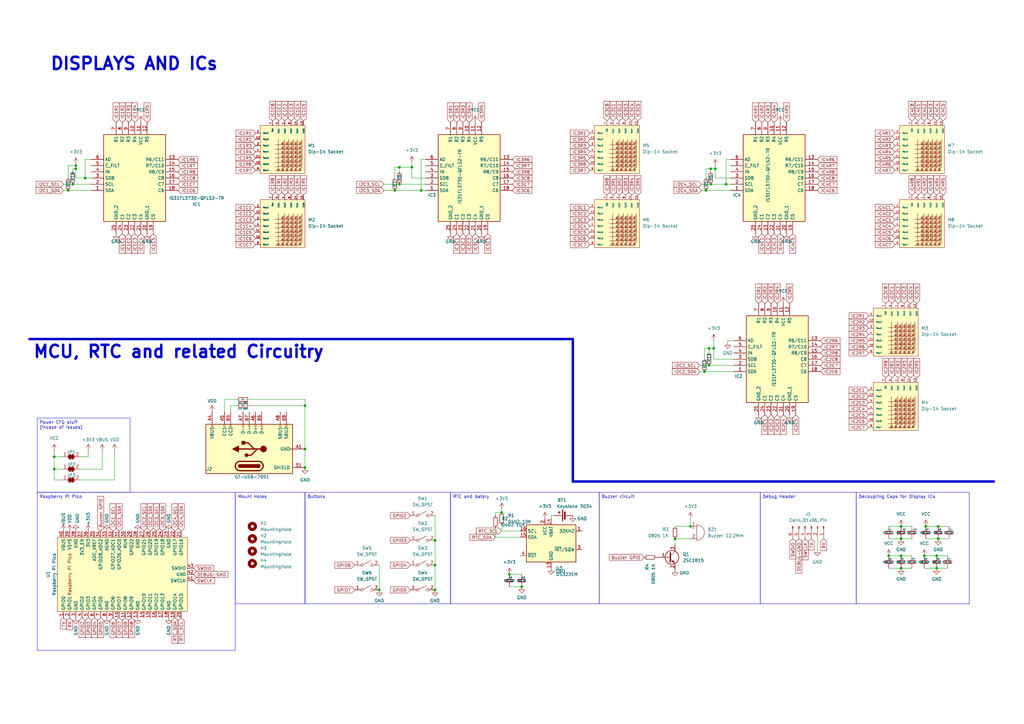
<source format=kicad_sch>
(kicad_sch (version 20230121) (generator eeschema)
  (paper "A3")
  (junction (at 384.81 215.9))
  (junction (at 290.83 149.86))
  (junction (at 22.225 187.325))
  (junction (at 369.57 233.045))
  (junction (at 163.83 68.58))
  (junction (at 379.095 227.965))
  (junction (at 168.91 68.58))
  (junction (at 161.925 78.105))
  (junction (at 364.49 227.965))
  (junction (at 292.735 142.875))
  (junction (at 22.225 192.405))
  (junction (at 369.57 227.965))
  (junction (at 291.465 69.215))
  (junction (at 163.83 75.565))
  (junction (at 125.095 184.15))
  (junction (at 155.575 241.935))
  (junction (at 178.435 241.935))
  (junction (at 208.915 235.585))
  (junction (at 205.74 210.185))
  (junction (at 384.81 220.98))
  (junction (at 213.995 240.665))
  (junction (at 125.095 191.77))
  (junction (at 27.94 78.105))
  (junction (at 31.115 67.945))
  (junction (at 125.095 166.37))
  (junction (at 31.115 69.215))
  (junction (at 384.175 233.045))
  (junction (at 34.925 73.025))
  (junction (at 172.72 78.105))
  (junction (at 276.86 220.98))
  (junction (at 379.73 215.9))
  (junction (at 293.37 69.215))
  (junction (at 288.925 152.4))
  (junction (at 283.21 215.9))
  (junction (at 290.83 142.875))
  (junction (at 291.465 75.565))
  (junction (at 29.845 75.565))
  (junction (at 289.56 78.105))
  (junction (at 369.57 215.9))
  (junction (at 384.175 227.965))
  (junction (at 178.435 221.615))
  (junction (at 178.435 231.775))
  (junction (at 369.57 220.98))
  (junction (at 297.815 75.565))
  (wire (pts (xy 364.49 215.9) (xy 369.57 215.9)))
  (wire (pts (xy 92.075 163.83) (xy 92.075 168.91)))
  (wire (pts (xy 31.115 67.945) (xy 31.115 67.31)))
  (wire (pts (xy 125.095 163.83) (xy 125.095 166.37)))
  (wire (pts (xy 213.995 240.665) (xy 208.915 240.665)))
  (wire (pts (xy 22.225 196.85) (xy 25.4 196.85)))
  (wire (pts (xy 226.06 211.455) (xy 227.33 211.455)))
  (wire (pts (xy 178.435 231.775) (xy 178.435 241.935)))
  (wire (pts (xy 22.225 187.325) (xy 25.4 187.325)))
  (wire (pts (xy 168.91 68.58) (xy 168.91 73.025)))
  (wire (pts (xy 290.83 144.78) (xy 290.83 142.875)))
  (wire (pts (xy 287.655 75.565) (xy 291.465 75.565)))
  (wire (pts (xy 163.83 68.58) (xy 168.91 68.58)))
  (wire (pts (xy 97.155 163.83) (xy 92.075 163.83)))
  (wire (pts (xy 125.095 166.37) (xy 125.095 184.15)))
  (wire (pts (xy 293.37 67.945) (xy 293.37 69.215)))
  (wire (pts (xy 208.915 235.585) (xy 213.995 235.585)))
  (polyline (pts (xy 407.67 197.485) (xy 234.95 197.485)) (stroke (width 1)))
  (wire (pts (xy 31.115 69.215) (xy 31.115 67.945)))
  (wire (pts (xy 290.83 142.875) (xy 292.735 142.875)))
  (wire (pts (xy 290.83 149.86) (xy 300.99 149.86)))
  (wire (pts (xy 157.48 78.105) (xy 161.925 78.105)))
  (wire (pts (xy 125.095 184.15) (xy 125.095 191.77)))
  (wire (pts (xy 34.925 65.405) (xy 34.925 73.025)))
  (wire (pts (xy 37.465 65.405) (xy 34.925 65.405)))
  (wire (pts (xy 36.195 184.785) (xy 36.195 187.325)))
  (wire (pts (xy 289.56 73.025) (xy 289.56 69.215)))
  (wire (pts (xy 178.435 221.615) (xy 178.435 231.775)))
  (wire (pts (xy 374.015 233.045) (xy 369.57 233.045)))
  (wire (pts (xy 379.73 215.9) (xy 384.81 215.9)))
  (wire (pts (xy 29.845 69.215) (xy 31.115 69.215)))
  (wire (pts (xy 102.235 166.37) (xy 125.095 166.37)))
  (wire (pts (xy 205.74 217.805) (xy 205.74 215.265)))
  (wire (pts (xy 389.255 220.98) (xy 384.81 220.98)))
  (wire (pts (xy 276.86 215.9) (xy 283.21 215.9)))
  (wire (pts (xy 102.235 163.83) (xy 125.095 163.83)))
  (wire (pts (xy 369.57 220.98) (xy 364.49 220.98)))
  (wire (pts (xy 172.72 78.105) (xy 174.625 78.105)))
  (wire (pts (xy 283.21 220.98) (xy 276.86 220.98)))
  (wire (pts (xy 26.035 78.105) (xy 27.94 78.105)))
  (wire (pts (xy 291.465 70.485) (xy 291.465 69.215)))
  (wire (pts (xy 94.615 166.37) (xy 94.615 168.91)))
  (wire (pts (xy 213.36 217.805) (xy 205.74 217.805)))
  (wire (pts (xy 27.94 67.945) (xy 31.115 67.945)))
  (wire (pts (xy 298.45 139.7) (xy 298.45 140.335)))
  (polyline (pts (xy 12.065 139.065) (xy 234.95 139.065)) (stroke (width 1)))
  (wire (pts (xy 161.925 78.105) (xy 172.72 78.105)))
  (wire (pts (xy 163.83 75.565) (xy 174.625 75.565)))
  (wire (pts (xy 288.925 147.32) (xy 288.925 142.875)))
  (wire (pts (xy 157.48 75.565) (xy 163.83 75.565)))
  (wire (pts (xy 379.095 227.965) (xy 384.175 227.965)))
  (wire (pts (xy 27.94 78.105) (xy 37.465 78.105)))
  (wire (pts (xy 374.015 227.965) (xy 369.57 227.965)))
  (wire (pts (xy 46.99 196.85) (xy 46.99 184.785)))
  (wire (pts (xy 172.72 78.105) (xy 172.72 65.405)))
  (wire (pts (xy 205.74 210.185) (xy 203.2 210.185)))
  (wire (pts (xy 384.175 233.045) (xy 379.095 233.045)))
  (wire (pts (xy 369.57 233.045) (xy 364.49 233.045)))
  (wire (pts (xy 297.815 75.565) (xy 299.72 75.565)))
  (wire (pts (xy 155.575 231.775) (xy 155.575 241.935)))
  (wire (pts (xy 41.91 192.405) (xy 41.91 184.785)))
  (wire (pts (xy 297.815 65.405) (xy 299.72 65.405)))
  (wire (pts (xy 374.015 215.9) (xy 369.57 215.9)))
  (wire (pts (xy 292.735 147.32) (xy 300.99 147.32)))
  (wire (pts (xy 289.56 69.215) (xy 291.465 69.215)))
  (wire (pts (xy 384.175 227.965) (xy 388.62 227.965)))
  (wire (pts (xy 289.56 78.105) (xy 299.72 78.105)))
  (wire (pts (xy 205.74 208.915) (xy 205.74 210.185)))
  (wire (pts (xy 288.925 142.875) (xy 290.83 142.875)))
  (wire (pts (xy 283.21 212.725) (xy 283.21 215.9)))
  (wire (pts (xy 203.2 220.345) (xy 213.36 220.345)))
  (wire (pts (xy 287.655 78.105) (xy 289.56 78.105)))
  (wire (pts (xy 26.035 75.565) (xy 29.845 75.565)))
  (wire (pts (xy 22.225 187.325) (xy 22.225 192.405)))
  (wire (pts (xy 384.81 220.98) (xy 379.73 220.98)))
  (wire (pts (xy 374.015 220.98) (xy 369.57 220.98)))
  (wire (pts (xy 364.49 227.965) (xy 369.57 227.965)))
  (wire (pts (xy 287.02 152.4) (xy 288.925 152.4)))
  (wire (pts (xy 291.465 69.215) (xy 293.37 69.215)))
  (wire (pts (xy 172.72 65.405) (xy 174.625 65.405)))
  (wire (pts (xy 29.845 70.485) (xy 29.845 69.215)))
  (wire (pts (xy 276.86 220.98) (xy 276.86 223.52)))
  (wire (pts (xy 291.465 75.565) (xy 297.815 75.565)))
  (wire (pts (xy 292.735 142.875) (xy 292.735 147.32)))
  (wire (pts (xy 203.2 210.185) (xy 203.2 211.455)))
  (wire (pts (xy 22.225 192.405) (xy 25.4 192.405)))
  (wire (pts (xy 33.02 196.85) (xy 46.99 196.85)))
  (wire (pts (xy 297.815 75.565) (xy 297.815 65.405)))
  (wire (pts (xy 292.735 139.7) (xy 292.735 142.875)))
  (wire (pts (xy 33.02 192.405) (xy 41.91 192.405)))
  (wire (pts (xy 161.925 73.025) (xy 161.925 68.58)))
  (wire (pts (xy 163.83 70.485) (xy 163.83 68.58)))
  (wire (pts (xy 293.37 73.025) (xy 299.72 73.025)))
  (wire (pts (xy 168.91 66.675) (xy 168.91 68.58)))
  (wire (pts (xy 335.28 225.425) (xy 335.28 220.98)))
  (wire (pts (xy 27.94 73.025) (xy 27.94 67.945)))
  (wire (pts (xy 288.925 152.4) (xy 300.99 152.4)))
  (wire (pts (xy 34.925 73.025) (xy 37.465 73.025)))
  (wire (pts (xy 389.255 215.9) (xy 384.81 215.9)))
  (wire (pts (xy 298.45 139.7) (xy 300.99 139.7)))
  (polyline (pts (xy 234.95 197.485) (xy 234.95 139.065)) (stroke (width 1)))
  (wire (pts (xy 293.37 69.215) (xy 293.37 73.025)))
  (wire (pts (xy 22.225 184.785) (xy 22.225 187.325)))
  (wire (pts (xy 29.845 75.565) (xy 37.465 75.565)))
  (wire (pts (xy 287.02 149.86) (xy 290.83 149.86)))
  (wire (pts (xy 97.155 166.37) (xy 94.615 166.37)))
  (wire (pts (xy 178.435 211.455) (xy 178.435 221.615)))
  (wire (pts (xy 31.115 73.025) (xy 34.925 73.025)))
  (wire (pts (xy 384.175 233.045) (xy 388.62 233.045)))
  (wire (pts (xy 168.91 73.025) (xy 174.625 73.025)))
  (wire (pts (xy 226.06 211.455) (xy 226.06 212.725)))
  (wire (pts (xy 161.925 68.58) (xy 163.83 68.58)))
  (wire (pts (xy 22.225 192.405) (xy 22.225 196.85)))
  (wire (pts (xy 203.2 216.535) (xy 203.2 220.345)))
  (wire (pts (xy 31.115 73.025) (xy 31.115 69.215)))
  (wire (pts (xy 33.02 187.325) (xy 36.195 187.325)))
  (text_box "Raspberry Pi Pico" (at 15.24 201.93 0) (size 81.28 64.77) (effects (font (size 1.27 1.27)) (justify left top)))
  (text_box "RTC and batery" (at 184.785 201.93 0) (size 60.96 45.72) (effects (font (size 1.27 1.27)) (justify left top)))
  (text_box "Mount Holes" (at 96.52 201.93 0) (size 28.575 45.72) (effects (font (size 1.27 1.27)) (justify left top)))
  (text_box "Power CFG stuff\n(incase of issues)" (at 15.24 171.45 0) (size 38.1 30.48) (effects (font (size 1.27 1.27)) (justify left top)))
  (text_box "Buzzer circuit" (at 245.745 201.93 0) (size 66.04 45.72) (effects (font (size 1.27 1.27)) (justify left top)))
  (text_box "Debug Header" (at 311.785 201.93 0) (size 39.37 45.72) (effects (font (size 1.27 1.27)) (justify left top)))
  (text_box "Decoupling Caps for Display ICs" (at 351.155 201.93 0) (size 46.355 45.72) (effects (font (size 1.27 1.27)) (justify left top)))
  (text_box "Buttons" (at 125.095 201.93 0) (size 59.69 45.72) (effects (font (size 1.27 1.27)) (justify left top)))
  (text "DISPLAYS AND ICs" (at 20.32 29.21 0) (effects (font (size 5 5) (thickness 1) bold) (justify left bottom)))
  (text "MCU, RTC and related Circuitry" (at 13.335 147.32 0) (effects (font (size 5 5) (thickness 1) bold) (justify left bottom)))
  (global_label "IC1C6" (shape input) (at 73.025 78.105 0) (property "Intersheetrefs" "${INTERSHEET_REFS}" (effects hide)))
  (global_label "IC1R3" (shape input) (at 119.38 80.01 90) (property "Intersheetrefs" "${INTERSHEET_REFS}" (effects hide)))
  (global_label "RX" (shape input) (at 337.82 220.98 270) (property "Intersheetrefs" "${INTERSHEET_REFS}" (effects hide)))
  (global_label "IC2R2" (shape input) (at 356.235 132.08 180) (property "Intersheetrefs" "${INTERSHEET_REFS}" (effects hide)))
  (global_label "IC4R8" (shape input) (at 374.015 80.01 90) (property "Intersheetrefs" "${INTERSHEET_REFS}" (effects hide)))
  (global_label "IC3C6" (shape input) (at 241.935 97.79 180) (property "Intersheetrefs" "${INTERSHEET_REFS}" (effects hide)))
  (global_label "IC1C3" (shape input) (at 55.245 95.885 270) (property "Intersheetrefs" "${INTERSHEET_REFS}" (effects hide)))
  (global_label "IC1R3" (shape input) (at 52.705 50.165 90) (property "Intersheetrefs" "${INTERSHEET_REFS}" (effects hide)))
  (global_label "SWCLK" (shape input) (at 330.2 220.98 270) (property "Intersheetrefs" "${INTERSHEET_REFS}" (effects hide)))
  (global_label "IC2C3" (shape input) (at 370.84 124.46 90) (property "Intersheetrefs" "${INTERSHEET_REFS}" (effects hide)))
  (global_label "IC4C7" (shape input) (at 367.03 100.33 180) (property "Intersheetrefs" "${INTERSHEET_REFS}" (effects hide)))
  (global_label "IC1C7" (shape input) (at 73.025 75.565 0) (property "Intersheetrefs" "${INTERSHEET_REFS}" (effects hide)))
  (global_label "IC1R7" (shape input) (at 73.025 67.945 0) (property "Intersheetrefs" "${INTERSHEET_REFS}" (effects hide)))
  (global_label "IC2C3" (shape input) (at 318.77 170.18 270) (property "Intersheetrefs" "${INTERSHEET_REFS}" (effects hide)))
  (global_label "IC1C8" (shape input) (at 111.76 49.53 90) (property "Intersheetrefs" "${INTERSHEET_REFS}" (effects hide)))
  (global_label "IC1R1" (shape input) (at 104.775 54.61 180) (property "Intersheetrefs" "${INTERSHEET_REFS}" (effects hide)))
  (global_label "GPIO4" (shape input) (at 168.275 231.775 180) (property "Intersheetrefs" "${INTERSHEET_REFS}" (effects hide)))
  (global_label "I2C4_SDA" (shape input) (at 74.295 217.805 90) (property "Intersheetrefs" "${INTERSHEET_REFS}" (effects hide)))
  (global_label "IC3R8" (shape input) (at 248.92 80.01 90) (property "Intersheetrefs" "${INTERSHEET_REFS}" (effects hide)))
  (global_label "IC3C6" (shape input) (at 210.185 78.105 0) (property "Intersheetrefs" "${INTERSHEET_REFS}" (effects hide)))
  (global_label "IC4R2" (shape input) (at 312.42 50.165 90) (property "Intersheetrefs" "${INTERSHEET_REFS}" (effects hide)))
  (global_label "IC1R2" (shape input) (at 116.84 80.01 90) (property "Intersheetrefs" "${INTERSHEET_REFS}" (effects hide)))
  (global_label "IC4R3" (shape input) (at 314.96 50.165 90) (property "Intersheetrefs" "${INTERSHEET_REFS}" (effects hide)))
  (global_label "I2C2_SDA" (shape input) (at 61.595 217.805 90) (property "Intersheetrefs" "${INTERSHEET_REFS}" (effects hide)))
  (global_label "IC1C5" (shape input) (at 62.865 95.885 270) (property "Intersheetrefs" "${INTERSHEET_REFS}" (effects hide)))
  (global_label "GPIO2" (shape input) (at 33.655 253.365 270) (property "Intersheetrefs" "${INTERSHEET_REFS}" (effects hide)))
  (global_label "IC2R8" (shape input) (at 336.55 144.78 0) (property "Intersheetrefs" "${INTERSHEET_REFS}" (effects hide)))
  (global_label "IC1C1" (shape input) (at 104.775 85.09 180) (property "Intersheetrefs" "${INTERSHEET_REFS}" (effects hide)))
  (global_label "IC2R8" (shape input) (at 363.22 154.94 90) (property "Intersheetrefs" "${INTERSHEET_REFS}" (effects hide)))
  (global_label "IC2R2" (shape input) (at 313.69 124.46 90) (property "Intersheetrefs" "${INTERSHEET_REFS}" (effects hide)))
  (global_label "I2C1_SCL" (shape input) (at 46.355 217.805 90) (property "Intersheetrefs" "${INTERSHEET_REFS}" (effects hide)))
  (global_label "IC4C8" (shape input) (at 335.28 73.025 0) (property "Intersheetrefs" "${INTERSHEET_REFS}" (effects hide)))
  (global_label "IC2C2" (shape input) (at 368.3 124.46 90) (property "Intersheetrefs" "${INTERSHEET_REFS}" (effects hide)))
  (global_label "IC3C7" (shape input) (at 210.185 75.565 0) (property "Intersheetrefs" "${INTERSHEET_REFS}" (effects hide)))
  (global_label "I2C4_SCL" (shape input) (at 287.655 75.565 180) (property "Intersheetrefs" "${INTERSHEET_REFS}" (effects hide)))
  (global_label "GPIO3" (shape input) (at 36.195 253.365 270) (property "Intersheetrefs" "${INTERSHEET_REFS}" (effects hide)))
  (global_label "IC3R5" (shape input) (at 261.62 80.01 90) (property "Intersheetrefs" "${INTERSHEET_REFS}" (effects hide)))
  (global_label "IC1R5" (shape input) (at 124.46 80.01 90) (property "Intersheetrefs" "${INTERSHEET_REFS}" (effects hide)))
  (global_label "GPIO4" (shape input) (at 38.735 253.365 270) (property "Intersheetrefs" "${INTERSHEET_REFS}" (effects hide)))
  (global_label "SWDIO" (shape input) (at 325.12 220.98 270) (property "Intersheetrefs" "${INTERSHEET_REFS}" (effects hide)))
  (global_label "DEBUG-GND" (shape input) (at 79.375 235.585 0) (property "Intersheetrefs" "${INTERSHEET_REFS}" (effects hide)))
  (global_label "IC1C1" (shape input) (at 114.3 49.53 90) (property "Intersheetrefs" "${INTERSHEET_REFS}" (effects hide)))
  (global_label "IC2C1" (shape input) (at 313.69 170.18 270) (property "Intersheetrefs" "${INTERSHEET_REFS}" (effects hide)))
  (global_label "IC1C4" (shape input) (at 57.785 95.885 270) (property "Intersheetrefs" "${INTERSHEET_REFS}" (effects hide)))
  (global_label "GPIO5" (shape input) (at 168.275 241.935 180) (property "Intersheetrefs" "${INTERSHEET_REFS}" (effects hide)))
  (global_label "IC4C2" (shape input) (at 367.03 87.63 180) (property "Intersheetrefs" "${INTERSHEET_REFS}" (effects hide)))
  (global_label "IC2R5" (shape input) (at 375.92 154.94 90) (property "Intersheetrefs" "${INTERSHEET_REFS}" (effects hide)))
  (global_label "IC2C7" (shape input) (at 336.55 149.86 0) (property "Intersheetrefs" "${INTERSHEET_REFS}" (effects hide)))
  (global_label "IC2C8" (shape input) (at 363.22 124.46 90) (property "Intersheetrefs" "${INTERSHEET_REFS}" (effects hide)))
  (global_label "SWCLK" (shape input) (at 79.375 238.125 0) (property "Intersheetrefs" "${INTERSHEET_REFS}" (effects hide)))
  (global_label "IC4R7" (shape input) (at 335.28 67.945 0) (property "Intersheetrefs" "${INTERSHEET_REFS}" (effects hide)))
  (global_label "TX" (shape input) (at 332.74 220.98 270) (property "Intersheetrefs" "${INTERSHEET_REFS}" (effects hide)))
  (global_label "IC2R3" (shape input) (at 356.235 134.62 180) (property "Intersheetrefs" "${INTERSHEET_REFS}" (effects hide)))
  (global_label "IC1R8" (shape input) (at 111.76 80.01 90) (property "Intersheetrefs" "${INTERSHEET_REFS}" (effects hide)))
  (global_label "IC3R6" (shape input) (at 241.935 67.31 180) (property "Intersheetrefs" "${INTERSHEET_REFS}" (effects hide)))
  (global_label "IC3R3" (shape input) (at 256.54 80.01 90) (property "Intersheetrefs" "${INTERSHEET_REFS}" (effects hide)))
  (global_label "I2C3_SCL" (shape input) (at 64.135 217.805 90) (property "Intersheetrefs" "${INTERSHEET_REFS}" (effects hide)))
  (global_label "IC1R1" (shape input) (at 47.625 50.165 90) (property "Intersheetrefs" "${INTERSHEET_REFS}" (effects hide)))
  (global_label "IC2C1" (shape input) (at 365.76 124.46 90) (property "Intersheetrefs" "${INTERSHEET_REFS}" (effects hide)))
  (global_label "IC4C5" (shape input) (at 386.715 49.53 90) (property "Intersheetrefs" "${INTERSHEET_REFS}" (effects hide)))
  (global_label "GPIO6" (shape input) (at 46.355 253.365 270) (property "Intersheetrefs" "${INTERSHEET_REFS}" (effects hide)))
  (global_label "IC4C1" (shape input) (at 367.03 85.09 180) (property "Intersheetrefs" "${INTERSHEET_REFS}" (effects hide)))
  (global_label "IC2R4" (shape input) (at 318.77 124.46 90) (property "Intersheetrefs" "${INTERSHEET_REFS}" (effects hide)))
  (global_label "IC1R8" (shape input) (at 73.025 70.485 0) (property "Intersheetrefs" "${INTERSHEET_REFS}" (effects hide)))
  (global_label "IC3R5" (shape input) (at 241.935 64.77 180) (property "Intersheetrefs" "${INTERSHEET_REFS}" (effects hide)))
  (global_label "I2C1_SDA" (shape input) (at 26.035 78.105 180) (property "Intersheetrefs" "${INTERSHEET_REFS}" (effects hide)))
  (global_label "IC2R4" (shape input) (at 373.38 154.94 90) (property "Intersheetrefs" "${INTERSHEET_REFS}" (effects hide)))
  (global_label "GPIO7" (shape input) (at 145.415 241.935 180) (property "Intersheetrefs" "${INTERSHEET_REFS}" (effects hide)))
  (global_label "GPIO2" (shape input) (at 168.275 211.455 180) (property "Intersheetrefs" "${INTERSHEET_REFS}" (effects hide)))
  (global_label "IC4C6" (shape input) (at 335.28 78.105 0) (property "Intersheetrefs" "${INTERSHEET_REFS}" (effects hide)))
  (global_label "IC4R6" (shape input) (at 367.03 67.31 180) (property "Intersheetrefs" "${INTERSHEET_REFS}" (effects hide)))
  (global_label "RTC_SDA" (shape input) (at 71.755 253.365 270) (property "Intersheetrefs" "${INTERSHEET_REFS}" (effects hide)))
  (global_label "GPIO8" (shape input) (at 53.975 253.365 270) (property "Intersheetrefs" "${INTERSHEET_REFS}" (effects hide)))
  (global_label "IC3R3" (shape input) (at 241.935 59.69 180) (property "Intersheetrefs" "${INTERSHEET_REFS}" (effects hide)))
  (global_label "IC3R7" (shape input) (at 210.185 67.945 0) (property "Intersheetrefs" "${INTERSHEET_REFS}" (effects hide)))
  (global_label "IC1R2" (shape input) (at 50.165 50.165 90) (property "Intersheetrefs" "${INTERSHEET_REFS}" (effects hide)))
  (global_label "IC1C2" (shape input) (at 116.84 49.53 90) (property "Intersheetrefs" "${INTERSHEET_REFS}" (effects hide)))
  (global_label "IC1C5" (shape input) (at 104.775 95.25 180) (property "Intersheetrefs" "${INTERSHEET_REFS}" (effects hide)))
  (global_label "IC2R6" (shape input) (at 356.235 142.24 180) (property "Intersheetrefs" "${INTERSHEET_REFS}" (effects hide)))
  (global_label "RX" (shape input) (at 28.575 253.365 270) (property "Intersheetrefs" "${INTERSHEET_REFS}" (effects hide)))
  (global_label "I2C2_SDA" (shape input) (at 287.02 152.4 180) (property "Intersheetrefs" "${INTERSHEET_REFS}" (effects hide)))
  (global_label "IC4C4" (shape input) (at 384.175 49.53 90) (property "Intersheetrefs" "${INTERSHEET_REFS}" (effects hide)))
  (global_label "RTC_SDA" (shape input) (at 203.2 220.345 180) (property "Intersheetrefs" "${INTERSHEET_REFS}" (effects hide)))
  (global_label "IC4R5" (shape input) (at 322.58 50.165 90) (property "Intersheetrefs" "${INTERSHEET_REFS}" (effects hide)))
  (global_label "IC3R8" (shape input) (at 210.185 70.485 0) (property "Intersheetrefs" "${INTERSHEET_REFS}" (effects hide)))
  (global_label "IC2C4" (shape input) (at 373.38 124.46 90) (property "Intersheetrefs" "${INTERSHEET_REFS}" (effects hide)))
  (global_label "IC3R7" (shape input) (at 241.935 69.85 180) (property "Intersheetrefs" "${INTERSHEET_REFS}" (effects hide)))
  (global_label "IC3R1" (shape input) (at 251.46 80.01 90) (property "Intersheetrefs" "${INTERSHEET_REFS}" (effects hide)))
  (global_label "IC1R6" (shape input) (at 73.025 65.405 0) (property "Intersheetrefs" "${INTERSHEET_REFS}" (effects hide)))
  (global_label "IC4R2" (shape input) (at 367.03 57.15 180) (property "Intersheetrefs" "${INTERSHEET_REFS}" (effects hide)))
  (global_label "IC2C7" (shape input) (at 356.235 175.26 180) (property "Intersheetrefs" "${INTERSHEET_REFS}" (effects hide)))
  (global_label "IC2R3" (shape input) (at 370.84 154.94 90) (property "Intersheetrefs" "${INTERSHEET_REFS}" (effects hide)))
  (global_label "IC3R4" (shape input) (at 259.08 80.01 90) (property "Intersheetrefs" "${INTERSHEET_REFS}" (effects hide)))
  (global_label "RTC_SCL" (shape input) (at 74.295 253.365 270) (property "Intersheetrefs" "${INTERSHEET_REFS}" (effects hide)))
  (global_label "IC2C1" (shape input) (at 356.235 160.02 180) (property "Intersheetrefs" "${INTERSHEET_REFS}" (effects hide)))
  (global_label "IC3C3" (shape input) (at 256.54 49.53 90) (property "Intersheetrefs" "${INTERSHEET_REFS}" (effects hide)))
  (global_label "IC4C3" (shape input) (at 317.5 95.885 270) (property "Intersheetrefs" "${INTERSHEET_REFS}" (effects hide)))
  (global_label "I2C4_SDA" (shape input) (at 287.655 78.105 180) (property "Intersheetrefs" "${INTERSHEET_REFS}" (effects hide)))
  (global_label "IC2C2" (shape input) (at 316.23 170.18 270) (property "Intersheetrefs" "${INTERSHEET_REFS}" (effects hide)))
  (global_label "IC1C4" (shape input) (at 121.92 49.53 90) (property "Intersheetrefs" "${INTERSHEET_REFS}" (effects hide)))
  (global_label "IC1C2" (shape input) (at 104.775 87.63 180) (property "Intersheetrefs" "${INTERSHEET_REFS}" (effects hide)))
  (global_label "IC1R3" (shape input) (at 104.775 59.69 180) (property "Intersheetrefs" "${INTERSHEET_REFS}" (effects hide)))
  (global_label "IC1R4" (shape input) (at 104.775 62.23 180) (property "Intersheetrefs" "${INTERSHEET_REFS}" (effects hide)))
  (global_label "I2C1_SDA" (shape input) (at 48.895 217.805 90) (property "Intersheetrefs" "${INTERSHEET_REFS}" (effects hide)))
  (global_label "Buzzer GPIO" (shape input) (at 264.16 228.6 180) (property "Intersheetrefs" "${INTERSHEET_REFS}" (effects hide)))
  (global_label "IC1R1" (shape input) (at 114.3 80.01 90) (property "Intersheetrefs" "${INTERSHEET_REFS}" (effects hide)))
  (global_label "IC2C4" (shape input) (at 356.235 167.64 180) (property "Intersheetrefs" "${INTERSHEET_REFS}" (effects hide)))
  (global_label "IC2C8" (shape input) (at 336.55 147.32 0) (property "Intersheetrefs" "${INTERSHEET_REFS}" (effects hide)))
  (global_label "IC3C1" (shape input) (at 241.935 85.09 180) (property "Intersheetrefs" "${INTERSHEET_REFS}" (effects hide)))
  (global_label "GPIO6" (shape input) (at 145.415 231.775 180) (property "Intersheetrefs" "${INTERSHEET_REFS}" (effects hide)))
  (global_label "IC2C6" (shape input) (at 356.235 172.72 180) (property "Intersheetrefs" "${INTERSHEET_REFS}" (effects hide)))
  (global_label "IC1C1" (shape input) (at 50.165 95.885 270) (property "Intersheetrefs" "${INTERSHEET_REFS}" (effects hide)))
  (global_label "IC4C5" (shape input) (at 367.03 95.25 180) (property "Intersheetrefs" "${INTERSHEET_REFS}" (effects hide)))
  (global_label "DEBUG-GND" (shape input) (at 327.66 220.98 270) (property "Intersheetrefs" "${INTERSHEET_REFS}" (effects hide)))
  (global_label "IC3C2" (shape input) (at 241.935 87.63 180) (property "Intersheetrefs" "${INTERSHEET_REFS}" (effects hide)))
  (global_label "I2C4_SCL" (shape input) (at 71.755 217.805 90) (property "Intersheetrefs" "${INTERSHEET_REFS}" (effects hide)))
  (global_label "TX" (shape input) (at 26.035 253.365 270) (property "Intersheetrefs" "${INTERSHEET_REFS}" (effects hide)))
  (global_label "I2C3_SDA" (shape input) (at 66.675 217.805 90) (property "Intersheetrefs" "${INTERSHEET_REFS}" (effects hide)))
  (global_label "IC3C2" (shape input) (at 189.865 95.885 270) (property "Intersheetrefs" "${INTERSHEET_REFS}" (effects hide)))
  (global_label "IC4R1" (shape input) (at 376.555 80.01 90) (property "Intersheetrefs" "${INTERSHEET_REFS}" (effects hide)))
  (global_label "IC4R4" (shape input) (at 317.5 50.165 90) (property "Intersheetrefs" "${INTERSHEET_REFS}" (effects hide)))
  (global_label "IC1C6" (shape input) (at 104.775 97.79 180) (property "Intersheetrefs" "${INTERSHEET_REFS}" (effects hide)))
  (global_label "IC1R5" (shape input) (at 60.325 50.165 90) (property "Intersheetrefs" "${INTERSHEET_REFS}" (effects hide)))
  (global_label "IC2C6" (shape input) (at 336.55 152.4 0) (property "Intersheetrefs" "${INTERSHEET_REFS}" (effects hide)))
  (global_label "I2C2_SCL" (shape input) (at 287.02 149.86 180) (property "Intersheetrefs" "${INTERSHEET_REFS}" (effects hide)))
  (global_label "IC2C5" (shape input) (at 326.39 170.18 270) (property "Intersheetrefs" "${INTERSHEET_REFS}" (effects hide)))
  (global_label "IC3C4" (shape input) (at 194.945 95.885 270) (property "Intersheetrefs" "${INTERSHEET_REFS}" (effects hide)))
  (global_label "IC2R4" (shape input) (at 356.235 137.16 180) (property "Intersheetrefs" "${INTERSHEET_REFS}" (effects hide)))
  (global_label "SWDIO" (shape input) (at 79.375 233.045 0) (property "Intersheetrefs" "${INTERSHEET_REFS}" (effects hide)))
  (global_label "IC2R6" (shape input) (at 336.55 139.7 0) (property "Intersheetrefs" "${INTERSHEET_REFS}" (effects hide)))
  (global_label "IC3C4" (shape input) (at 241.935 92.71 180) (property "Intersheetrefs" "${INTERSHEET_REFS}" (effects hide)))
  (global_label "IC4C2" (shape input) (at 379.095 49.53 90) (property "Intersheetrefs" "${INTERSHEET_REFS}" (effects hide)))
  (global_label "IC4C1" (shape input) (at 312.42 95.885 270) (property "Intersheetrefs" "${INTERSHEET_REFS}" (effects hide)))
  (global_label "IC3R2" (shape input) (at 241.935 57.15 180) (property "Intersheetrefs" "${INTERSHEET_REFS}" (effects hide)))
  (global_label "IC4R6" (shape input) (at 335.28 65.405 0) (property "Intersheetrefs" "${INTERSHEET_REFS}" (effects hide)))
  (global_label "IC4C3" (shape input) (at 367.03 90.17 180) (property "Intersheetrefs" "${INTERSHEET_REFS}" (effects hide)))
  (global_label "I2C1_SCL" (shape input) (at 26.035 75.565 180) (property "Intersheetrefs" "${INTERSHEET_REFS}" (effects hide)))
  (global_label "IC4R3" (shape input) (at 381.635 80.01 90) (property "Intersheetrefs" "${INTERSHEET_REFS}" (effects hide)))
  (global_label "IC2R2" (shape input) (at 368.3 154.94 90) (property "Intersheetrefs" "${INTERSHEET_REFS}" (effects hide)))
  (global_label "IC4R7" (shape input) (at 367.03 69.85 180) (property "Intersheetrefs" "${INTERSHEET_REFS}" (effects hide)))
  (global_label "IC1C3" (shape input) (at 104.775 90.17 180) (property "Intersheetrefs" "${INTERSHEET_REFS}" (effects hide)))
  (global_label "I2C3_SDA" (shape input) (at 157.48 78.105 180) (property "Intersheetrefs" "${INTERSHEET_REFS}" (effects hide)))
  (global_label "IC3R6" (shape input) (at 210.185 65.405 0) (property "Intersheetrefs" "${INTERSHEET_REFS}" (effects hide)))
  (global_label "IC2R1" (shape input) (at 356.235 129.54 180) (property "Intersheetrefs" "${INTERSHEET_REFS}" (effects hide)))
  (global_label "IC4R8" (shape input) (at 335.28 70.485 0) (property "Intersheetrefs" "${INTERSHEET_REFS}" (effects hide)))
  (global_label "GPIO3" (shape input) (at 168.275 221.615 180) (property "Intersheetrefs" "${INTERSHEET_REFS}" (effects hide)))
  (global_label "IC3C5" (shape input) (at 200.025 95.885 270) (property "Intersheetrefs" "${INTERSHEET_REFS}" (effects hide)))
  (global_label "IC2R7" (shape input) (at 336.55 142.24 0) (property "Intersheetrefs" "${INTERSHEET_REFS}" (effects hide)))
  (global_label "IC2R1" (shape input) (at 311.15 124.46 90) (property "Intersheetrefs" "${INTERSHEET_REFS}" (effects hide)))
  (global_label "IC4C3" (shape input) (at 381.635 49.53 90) (property "Intersheetrefs" "${INTERSHEET_REFS}" (effects hide)))
  (global_label "IC1C2" (shape input) (at 52.705 95.885 270) (property "Intersheetrefs" "${INTERSHEET_REFS}" (effects hide)))
  (global_label "IC4R3" (shape input) (at 367.03 59.69 180) (property "Intersheetrefs" "${INTERSHEET_REFS}" (effects hide)))
  (global_label "IC3C2" (shape input) (at 254 49.53 90) (property "Intersheetrefs" "${INTERSHEET_REFS}" (effects hide)))
  (global_label "IC4C6" (shape input) (at 367.03 97.79 180) (property "Intersheetrefs" "${INTERSHEET_REFS}" (effects hide)))
  (global_label "IC2R7" (shape input) (at 356.235 144.78 180) (property "Intersheetrefs" "${INTERSHEET_REFS}" (effects hide)))
  (global_label "IC2R1" (shape input) (at 365.76 154.94 90) (property "Intersheetrefs" "${INTERSHEET_REFS}" (effects hide)))
  (global_label "GPIO7" (shape input) (at 48.895 253.365 270) (property "Intersheetrefs" "${INTERSHEET_REFS}" (effects hide)))
  (global_label "IC4C4" (shape input) (at 367.03 92.71 180) (property "Intersheetrefs" "${INTERSHEET_REFS}" (effects hide)))
  (global_label "IC2C3" (shape input) (at 356.235 165.1 180) (property "Intersheetrefs" "${INTERSHEET_REFS}" (effects hide)))
  (global_label "GPIO5" (shape input) (at 41.275 253.365 270) (property "Intersheetrefs" "${INTERSHEET_REFS}" (effects hide)))
  (global_label "IC1R7" (shape input) (at 104.775 69.85 180) (property "Intersheetrefs" "${INTERSHEET_REFS}" (effects hide)))
  (global_label "IC4R4" (shape input) (at 367.03 62.23 180) (property "Intersheetrefs" "${INTERSHEET_REFS}" (effects hide)))
  (global_label "IC3R2" (shape input) (at 254 80.01 90) (property "Intersheetrefs" "${INTERSHEET_REFS}" (effects hide)))
  (global_label "IC3C4" (shape input) (at 259.08 49.53 90) (property "Intersheetrefs" "${INTERSHEET_REFS}" (effects hide)))
  (global_label "IC3C8" (shape input) (at 210.185 73.025 0) (property "Intersheetrefs" "${INTERSHEET_REFS}" (effects hide)))
  (global_label "IC3C5" (shape input) (at 241.935 95.25 180) (property "Intersheetrefs" "${INTERSHEET_REFS}" (effects hide)))
  (global_label "IC3C3" (shape input) (at 241.935 90.17 180) (property "Intersheetrefs" "${INTERSHEET_REFS}" (effects hide)))
  (global_label "I2C2_SCL" (shape input) (at 59.055 217.805 90) (property "Intersheetrefs" "${INTERSHEET_REFS}" (effects hide)))
  (global_label "IC3R4" (shape input) (at 241.935 62.23 180) (property "Intersheetrefs" "${INTERSHEET_REFS}" (effects hide)))
  (global_label "GPIO9" (shape input) (at 51.435 253.365 270) (property "Intersheetrefs" "${INTERSHEET_REFS}" (effects hide)))
  (global_label "IC4R1" (shape input) (at 309.88 50.165 90) (property "Intersheetrefs" "${INTERSHEET_REFS}" (effects hide)))
  (global_label "Buzzer GPIO" (shape input) (at 41.275 217.805 90) (property "Intersheetrefs" "${INTERSHEET_REFS}" (effects hide)))
  (global_label "IC2R3" (shape input) (at 316.23 124.46 90) (property "Intersheetrefs" "${INTERSHEET_REFS}" (effects hide)))
  (global_label "IC4C5" (shape input) (at 325.12 95.885 270) (property "Intersheetrefs" "${INTERSHEET_REFS}" (effects hide)))
  (global_label "IC4C4" (shape input) (at 320.04 95.885 270) (property "Intersheetrefs" "${INTERSHEET_REFS}" (effects hide)))
  (global_label "IC2R5" (shape input) (at 323.85 124.46 90) (property "Intersheetrefs" "${INTERSHEET_REFS}" (effects hide)))
  (global_label "IC3R2" (shape input) (at 187.325 50.165 90) (property "Intersheetrefs" "${INTERSHEET_REFS}" (effects hide)))
  (global_label "IC4C7" (shape input) (at 335.28 75.565 0) (property "Intersheetrefs" "${INTERSHEET_REFS}" (effects hide)))
  (global_label "IC4C2" (shape input) (at 314.96 95.885 270) (property "Intersheetrefs" "${INTERSHEET_REFS}" (effects hide)))
  (global_label "IC3R1" (shape input) (at 241.935 54.61 180) (property "Intersheetrefs" "${INTERSHEET_REFS}" (effects hide)))
  (global_label "IC1R4" (shape input) (at 55.245 50.165 90) (property "Intersheetrefs" "${INTERSHEET_REFS}" (effects hide)))
  (global_label "RTC_SCL" (shape input) (at 205.74 217.805 180) (property "Intersheetrefs" "${INTERSHEET_REFS}" (effects hide)))
  (global_label "IC3R5" (shape input) (at 197.485 50.165 90) (property "Intersheetrefs" "${INTERSHEET_REFS}" (effects hide)))
  (global_label "IC1R2" (shape input) (at 104.775 57.15 180) (property "Intersheetrefs" "${INTERSHEET_REFS}" (effects hide)))
  (global_label "IC1C3" (shape input) (at 119.38 49.53 90) (property "Intersheetrefs" "${INTERSHEET_REFS}" (effects hide)))
  (global_label "IC3R1" (shape input) (at 184.785 50.165 90) (property "Intersheetrefs" "${INTERSHEET_REFS}" (effects hide)))
  (global_label "IC1R6" (shape input) (at 104.775 67.31 180) (property "Intersheetrefs" "${INTERSHEET_REFS}" (effects hide)))
  (global_label "IC3C5" (shape input) (at 261.62 49.53 90) (property "Intersheetrefs" "${INTERSHEET_REFS}" (effects hide)))
  (global_label "IC2C2" (shape input) (at 356.235 162.56 180) (property "Intersheetrefs" "${INTERSHEET_REFS}" (effects hide)))
  (global_label "IC1C7" (shape input) (at 104.775 100.33 180) (property "Intersheetrefs" "${INTERSHEET_REFS}" (effects hide)))
  (global_label "IC4R5" (shape input) (at 386.715 80.01 90) (property "Intersheetrefs" "${INTERSHEET_REFS}" (effects hide)))
  (global_label "IC4C1" (shape input) (at 376.555 49.53 90) (property "Intersheetrefs" "${INTERSHEET_REFS}" (effects hide)))
  (global_label "IC1R5" (shape input) (at 104.775 64.77 180) (property "Intersheetrefs" "${INTERSHEET_REFS}" (effects hide)))
  (global_label "IC3R3" (shape input) (at 189.865 50.165 90) (property "Intersheetrefs" "${INTERSHEET_REFS}" (effects hide)))
  (global_label "IC4C8" (shape input) (at 374.015 49.53 90) (property "Intersheetrefs" "${INTERSHEET_REFS}" (effects hide)))
  (global_label "IC3C3" (shape input) (at 192.405 95.885 270) (property "Intersheetrefs" "${INTERSHEET_REFS}" (effects hide)))
  (global_label "IC2C5" (shape input) (at 356.235 170.18 180) (property "Intersheetrefs" "${INTERSHEET_REFS}" (effects hide)))
  (global_label "IC2R5" (shape input) (at 356.235 139.7 180) (property "Intersheetrefs" "${INTERSHEET_REFS}" (effects hide)))
  (global_label "IC2C5" (shape input) (at 375.92 124.46 90) (property "Intersheetrefs" "${INTERSHEET_REFS}" (effects hide)))
  (global_label "IC4R5" (shape input) (at 367.03 64.77 180) (property "Intersheetrefs" "${INTERSHEET_REFS}" (effects hide)))
  (global_label "IC1C8" (shape input) (at 73.025 73.025 0) (property "Intersheetrefs" "${INTERSHEET_REFS}" (effects hide)))
  (global_label "IC3C1" (shape input) (at 251.46 49.53 90) (property "Intersheetrefs" "${INTERSHEET_REFS}" (effects hide)))
  (global_label "I2C3_SCL" (shape input) (at 157.48 75.565 180) (property "Intersheetrefs" "${INTERSHEET_REFS}" (effects hide)))
  (global_label "IC3C7" (shape input) (at 241.935 100.33 180) (property "Intersheetrefs" "${INTERSHEET_REFS}" (effects hide)))
  (global_label "IC1R4" (shape input) (at 121.92 80.01 90) (property "Intersheetrefs" "${INTERSHEET_REFS}" (effects hide)))
  (global_label "IC3C8" (shape input) (at 248.92 49.53 90) (property "Intersheetrefs" "${INTERSHEET_REFS}" (effects hide)))
  (global_label "IC4R2" (shape input) (at 379.095 80.01 90) (property "Intersheetrefs" "${INTERSHEET_REFS}" (effects hide)))
  (global_label "IC3C1" (shape input) (at 187.325 95.885 270) (property "Intersheetrefs" "${INTERSHEET_REFS}" (effects hide)))
  (global_label "IC1C5" (shape input) (at 124.46 49.53 90) (property "Intersheetrefs" "${INTERSHEET_REFS}" (effects hide)))
  (global_label "IC4R1" (shape input) (at 367.03 54.61 180) (property "Intersheetrefs" "${INTERSHEET_REFS}" (effects hide)))
  (global_label "IC2C4" (shape input) (at 321.31 170.18 270) (property "Intersheetrefs" "${INTERSHEET_REFS}" (effects hide)))
  (global_label "IC1C4" (shape input) (at 104.775 92.71 180) (property "Intersheetrefs" "${INTERSHEET_REFS}" (effects hide)))
  (global_label "IC4R4" (shape input) (at 384.175 80.01 90) (property "Intersheetrefs" "${INTERSHEET_REFS}" (effects hide)))
  (global_label "IC3R4" (shape input) (at 192.405 50.165 90) (property "Intersheetrefs" "${INTERSHEET_REFS}" (effects hide)))
  (symbol (lib_id "Device:R_Small") (at 161.925 75.565 0) (unit 1)
    (property "Reference" "R7" (at 161.925 76.835 90) (effects (justify left)))
    (property "Value" "0402 10K" (effects hide))
    (property "Footprint" "Resistor_SMD:R_0402_1005Metric" (effects hide))
  )
  (symbol (lib_id "power:GND") (at 60.325 95.885 0) (mirror y) (unit 1)
    (property "Reference" "#PWR012" (effects hide))
    (property "Value" "GND" (at 60.325 99.06 0))
  )
  (symbol (lib_id "power:GND") (at 384.175 233.045 0) (unit 1)
    (property "Reference" "#PWR08" (effects hide))
    (property "Value" "GND" (at 384.175 237.49 0))
  )
  (symbol (lib_id "Device:R_Small") (at 289.56 75.565 0) (unit 1)
    (property "Reference" "R5" (at 289.56 76.835 90) (effects (justify left)))
    (property "Value" "0402 10K" (effects hide))
    (property "Footprint" "Resistor_SMD:R_0402_1005Metric" (effects hide))
  )
  (symbol (lib_id "Device:C_Small") (at 208.915 238.125 0) (unit 1)
    (property "Reference" "C9" (at 209.55 236.855 0) (effects (font (size 0.5 0.5))))
    (property "Value" "0402 0.1uF" (at 208.915 238.125 0) (effects (font (size 0.5 0.5))))
    (property "Footprint" "Capacitor_SMD:C_0402_1005Metric" (effects hide))
  )
  (symbol (lib_id "IS31FL3730-QFLS2-TR:IS31FL3730-QFLS2-TR") (at 299.72 78.105 0) (mirror x) (unit 1)
    (property "Reference" "IC4" (at 302.26 80.01 0))
    (property "Value" "IS31FL3730-QFLS2-TR" (at 314.96 71.755 90))
    (property "Footprint" "Package_DFN_QFN:QFN-24-1EP_4x4mm_P0.5mm_EP2.6x2.6mm_ThermalVias" (effects hide))
    (property "Datasheet" "https://componentsearchengine.com/Datasheets/1/IS31FL3730-QFLS2-TR.pdf" (effects hide))
    (property "Height" "0.8" (effects hide))
    (property "Mouser Part Number" "870-IS31FL3730QFLS2R" (effects hide))
    (property "Mouser Price/Stock" "https://www.mouser.com/Search/Refine.aspx?Keyword=870-IS31FL3730QFLS2R" (effects hide))
    (property "Manufacturer_Name" "Integrated Silicon Solution Inc." (effects hide))
    (property "Manufacturer_Part_Number" "IS31FL3730-QFLS2-TR" (effects hide))
  )
  (symbol (lib_id "power:VCC") (at 194.945 50.165 0) (unit 1)
    (property "Reference" "#PWR017" (effects hide))
    (property "Value" "VCC" (at 194.945 45.085 0))
  )
  (symbol (lib_id "power:+3V3") (at 208.915 235.585 0) (unit 1)
    (property "Reference" "#PWR037" (effects hide))
    (property "Value" "+3V3" (at 208.915 230.505 0))
  )
  (symbol (lib_id "power:GND") (at 298.45 140.335 0) (unit 1)
    (property "Reference" "#PWR023" (effects hide))
    (property "Value" "GND" (at 298.45 144.78 0))
  )
  (symbol (lib_id "Timer_RTC:DS3231M") (at 226.06 222.885 0) (unit 1)
    (property "Reference" "U3" (at 228.0159 233.045 0) (effects (justify left)))
    (property "Value" "DS3231M" (at 228.0159 235.585 0) (effects (justify left)))
    (property "Footprint" "Package_SO:SOIC-16W_7.5x10.3mm_P1.27mm" (effects hide))
    (property "Datasheet" "http://datasheets.maximintegrated.com/en/ds/DS3231.pdf" (effects hide))
  )
  (symbol (lib_id "power:+3V3") (at 292.735 139.7 0) (unit 1)
    (property "Reference" "#PWR045" (effects hide))
    (property "Value" "+3V3" (at 292.735 134.62 0))
  )
  (symbol (lib_id "Connector:USB_C_Receptacle_USB2.0") (at 102.235 184.15 90) (unit 1)
    (property "Reference" "J2" (at 86.995 192.405 90) (effects (justify left)))
    (property "Value" "GT-USB-7051" (at 110.49 195.58 90) (effects (justify left)))
    (property "Footprint" "Connector_USB:USB_C_Receptacle_G-Switch_GT-USB-7051x" (effects hide))
    (property "Datasheet" "https://www.usb.org/sites/default/files/documents/usb_type-c.zip" (effects hide))
  )
  (symbol (lib_id "Device:C_Small") (at 389.255 218.44 0) (unit 1)
    (property "Reference" "C14" (at 389.89 217.17 0) (effects (font (size 0.5 0.5))))
    (property "Value" "0402 10uF" (at 389.255 218.44 0) (effects (font (size 0.5 0.5))))
    (property "Footprint" "Capacitor_SMD:C_0402_1005Metric" (effects hide))
  )
  (symbol (lib_id "Transistor_BJT:BC817") (at 274.32 228.6 0) (unit 1)
    (property "Reference" "Q1" (at 280.035 227.33 0) (effects (justify left)))
    (property "Value" "2SC1815" (at 280.035 229.87 0) (effects (justify left)))
    (property "Footprint" "Package_TO_SOT_SMD:SOT-23" (effects hide))
    (property "Datasheet" "https://www.onsemi.com/pub/Collateral/BC818-D.pdf" (effects hide))
  )
  (symbol (lib_id "power:VDD") (at 86.995 168.91 0) (unit 1)
    (property "Reference" "#PWR053" (effects hide))
    (property "Value" "VDD" (at 86.995 164.465 0))
  )
  (symbol (lib_id "Device:R_Small") (at 266.7 228.6 90) (mirror x) (unit 1)
    (property "Reference" "R4" (at 265.43 231.14 0) (effects (justify left)))
    (property "Value" "0805 1K" (at 267.97 231.14 0) (effects (justify left)))
    (property "Footprint" "Resistor_SMD:R_0805_2012Metric" (effects hide))
  )
  (symbol (lib_id "power:GND") (at 184.785 95.885 0) (mirror y) (unit 1)
    (property "Reference" "#PWR016" (effects hide))
    (property "Value" "GND" (at 184.785 99.06 0))
  )
  (symbol (lib_id "power:GND") (at 178.435 241.935 0) (mirror y) (unit 1)
    (property "Reference" "#PWR042" (effects hide))
    (property "Value" "GND" (at 178.435 246.38 0))
  )
  (symbol (lib_id "Device:Buzzer") (at 285.75 218.44 0) (unit 1)
    (property "Reference" "BZ1" (at 290.195 217.17 0) (effects (justify left)))
    (property "Value" "Buzzer 12.2Mm" (at 290.195 219.71 0) (effects (justify left)))
    (property "Footprint" "Buzzer_Beeper:Buzzer_TDK_PS1240P02BT_D12.2mm_H6.5mm" (effects hide))
  )
  (symbol (lib_id "power:VCC") (at 320.04 50.165 0) (unit 1)
    (property "Reference" "#PWR013" (effects hide))
    (property "Value" "VCC" (at 320.04 45.085 0))
  )
  (symbol (lib_id "power:GND") (at 369.57 233.045 0) (unit 1)
    (property "Reference" "#PWR06" (effects hide))
    (property "Value" "GND" (at 369.57 237.49 0))
  )
  (symbol (lib_id "power:VBUS") (at 26.035 217.805 0) (unit 1)
    (property "Reference" "#PWR050" (effects hide))
    (property "Value" "VBUS" (at 26.035 212.725 90))
  )
  (symbol (lib_id "Switch:SW_SPST") (at 173.355 231.775 0) (unit 1)
    (property "Reference" "SW3" (at 173.355 224.79 0))
    (property "Value" "SW_SPST" (at 173.355 227.33 0))
    (property "Footprint" "Button_Switch_SMD:SW_Push_SPST_NO_Alps_SKRK" (effects hide))
  )
  (symbol (lib_id "Switch:SW_SPST") (at 173.355 211.455 0) (unit 1)
    (property "Reference" "SW1" (at 173.355 204.47 0))
    (property "Value" "SW_SPST" (at 173.355 207.01 0))
    (property "Footprint" "Button_Switch_SMD:SW_Push_SPST_NO_Alps_SKRK" (effects hide))
  )
  (symbol (lib_id "Device:C_Small") (at 379.73 218.44 0) (unit 1)
    (property "Reference" "C7" (at 380.365 217.17 0) (effects (font (size 0.5 0.5))))
    (property "Value" "0402 0.1uF" (at 379.73 218.44 0) (effects (font (size 0.5 0.5))))
    (property "Footprint" "Capacitor_SMD:C_0402_1005Metric" (effects hide))
  )
  (symbol (lib_id "power:GND") (at 155.575 241.935 0) (mirror y) (unit 1)
    (property "Reference" "#PWR040" (effects hide))
    (property "Value" "GND" (at 155.575 246.38 0))
  )
  (symbol (lib_id "Device:C_Small") (at 213.995 238.125 0) (unit 1)
    (property "Reference" "C10" (at 214.63 236.855 0) (effects (font (size 0.5 0.5))))
    (property "Value" "0402 1uF" (at 213.995 238.125 0) (effects (font (size 0.5 0.5))))
    (property "Footprint" "Capacitor_SMD:C_0402_1005Metric" (effects hide))
  )
  (symbol (lib_id "power:GND") (at 69.215 253.365 0) (unit 1)
    (property "Reference" "#PWR034" (effects hide))
    (property "Value" "GND" (at 69.215 256.54 90) (effects (justify right)))
  )
  (symbol (lib_id "Device:R_Small") (at 205.74 212.725 0) (unit 1)
    (property "Reference" "R1" (at 208.28 211.455 0) (effects (justify left)))
    (property "Value" "0402 10K" (at 208.28 213.995 0) (effects (justify left)))
    (property "Footprint" "Resistor_SMD:R_0402_1005Metric" (effects hide))
  )
  (symbol (lib_id "Device:C_Small") (at 364.49 218.44 0) (unit 1)
    (property "Reference" "C1" (at 365.125 217.17 0) (effects (font (size 0.5 0.5))))
    (property "Value" "0402 0.1uF" (at 364.49 218.44 0) (effects (font (size 0.5 0.5))))
    (property "Footprint" "Capacitor_SMD:C_0402_1005Metric" (effects hide))
  )
  (symbol (lib_id "Mechanical:MountingHole") (at 103.505 215.9 0) (unit 1)
    (property "Reference" "H1" (at 106.68 214.63 0) (effects (justify left)))
    (property "Value" "MountingHole" (at 106.68 217.17 0) (effects (justify left)))
    (property "Footprint" "MountingHole:MountingHole_2.2mm_M2" (effects hide))
  )
  (symbol (lib_id "Device:R_Small") (at 163.83 73.025 0) (unit 1)
    (property "Reference" "R8" (at 163.83 74.295 90) (effects (justify left)))
    (property "Value" "0402 10K" (effects hide))
    (property "Footprint" "Resistor_SMD:R_0402_1005Metric" (effects hide))
  )
  (symbol (lib_id "power:VDD") (at 46.99 184.785 0) (unit 1)
    (property "Reference" "#PWR049" (effects hide))
    (property "Value" "VDD" (at 46.99 180.34 0))
  )
  (symbol (lib_id "Device:C_Small") (at 384.175 230.505 0) (unit 1)
    (property "Reference" "C6" (at 384.81 229.235 0) (effects (font (size 0.5 0.5))))
    (property "Value" "0402 1uF" (at 384.175 230.505 0) (effects (font (size 0.5 0.5))))
    (property "Footprint" "Capacitor_SMD:C_0402_1005Metric" (effects hide))
  )
  (symbol (lib_id "power:GND") (at 43.815 253.365 0) (unit 1)
    (property "Reference" "#PWR032" (effects hide))
    (property "Value" "GND" (at 43.815 256.54 90) (effects (justify right)))
  )
  (symbol (lib_id "power:+3V3") (at 168.91 66.675 0) (unit 1)
    (property "Reference" "#PWR015" (effects hide))
    (property "Value" "+3V3" (at 168.91 61.595 0))
  )
  (symbol (lib_id "power:GND") (at 69.215 217.805 0) (mirror x) (unit 1)
    (property "Reference" "#PWR030" (effects hide))
    (property "Value" "GND" (at 69.215 214.63 90) (effects (justify right)))
  )
  (symbol (lib_id "power:+3V3") (at 36.195 184.785 0) (unit 1)
    (property "Reference" "#PWR047" (effects hide))
    (property "Value" "+3V3" (at 36.195 180.34 0))
  )
  (symbol (lib_id "Device:Battery_Cell") (at 232.41 211.455 90) (unit 1)
    (property "Reference" "BT1" (at 230.505 205.105 90))
    (property "Value" "Keystone 3034" (at 235.585 207.645 90))
    (property "Footprint" "Battery:BatteryHolder_Keystone_3034_1x20mm" (effects hide))
  )
  (symbol (lib_id "Jumper:SolderJumper_2_Bridged") (at 29.21 187.325 0) (unit 1)
    (property "Reference" "JP1" (at 29.21 185.42 0))
    (property "Value" "bridge" (effects hide))
    (property "Footprint" "Jumper:SolderJumper-2_P1.3mm_Bridged_RoundedPad1.0x1.5mm" (effects hide))
  )
  (symbol (lib_id "Switch:SW_SPST") (at 150.495 241.935 0) (unit 1)
    (property "Reference" "SW6" (at 150.495 234.95 0))
    (property "Value" "SW_SPST" (at 150.495 237.49 0))
    (property "Footprint" "Button_Switch_SMD:SW_Push_SPST_NO_Alps_SKRK" (effects hide))
  )
  (symbol (lib_id "power:VCC") (at 379.73 215.9 0) (unit 1)
    (property "Reference" "#PWR02" (effects hide))
    (property "Value" "VCC" (at 379.73 210.82 0))
  )
  (symbol (lib_id "Device:R_Small") (at 290.83 147.32 0) (unit 1)
    (property "Reference" "R12" (at 290.83 148.59 90) (effects (justify left)))
    (property "Value" "0402 10K" (effects hide))
    (property "Footprint" "Resistor_SMD:R_0402_1005Metric" (effects hide))
  )
  (symbol (lib_id "power:+3V3") (at 293.37 67.945 0) (unit 1)
    (property "Reference" "#PWR019" (effects hide))
    (property "Value" "+3V3" (at 293.37 62.865 0))
  )
  (symbol (lib_id "power:VCC") (at 321.31 124.46 0) (unit 1)
    (property "Reference" "#PWR011" (effects hide))
    (property "Value" "VCC" (at 321.31 119.38 0))
  )
  (symbol (lib_id "Device:R_Small") (at 291.465 73.025 0) (unit 1)
    (property "Reference" "R6" (at 291.465 74.295 90) (effects (justify left)))
    (property "Value" "0402 10K" (effects hide))
    (property "Footprint" "Resistor_SMD:R_0402_1005Metric" (effects hide))
  )
  (symbol (lib_id "ltp-305g:LTP-305G") (at 354.33 93.98 0) (unit 1)
    (property "Reference" "M8" (at 388.62 90.17 0) (effects (justify left)))
    (property "Value" "Dip-14 Socket" (at 388.62 92.71 0) (effects (justify left)))
    (property "Footprint" "Package_DIP:DIP-14_W7.62mm_Socket" (effects hide))
    (property "Datasheet" "https://media.digikey.com/pdf/Data%20Sheets/Lite-On%20PDFs/LTP-305G.pdf" (effects hide))
  )
  (symbol (lib_id "ltp-305g:LTP-305G") (at 229.235 93.98 0) (unit 1)
    (property "Reference" "M6" (at 263.525 90.17 0) (effects (justify left)))
    (property "Value" "Dip-14 Socket" (at 263.525 92.71 0) (effects (justify left)))
    (property "Footprint" "Package_DIP:DIP-14_W7.62mm_Socket" (effects hide))
    (property "Datasheet" "https://media.digikey.com/pdf/Data%20Sheets/Lite-On%20PDFs/LTP-305G.pdf" (effects hide))
  )
  (symbol (lib_id "Mechanical:MountingHole") (at 103.505 231.14 0) (unit 1)
    (property "Reference" "H4" (at 106.68 229.87 0) (effects (justify left)))
    (property "Value" "MountingHole" (at 106.68 232.41 0) (effects (justify left)))
    (property "Footprint" "MountingHole:MountingHole_2.2mm_M2" (effects hide))
  )
  (symbol (lib_id "Device:C_Small") (at 374.015 218.44 0) (unit 1)
    (property "Reference" "C13" (at 375.285 217.17 0) (effects (font (size 0.5 0.5))))
    (property "Value" "0402 10uF" (at 374.015 218.44 0) (effects (font (size 0.5 0.5))))
    (property "Footprint" "Capacitor_SMD:C_0402_1005Metric" (effects hide))
  )
  (symbol (lib_id "Device:R_Small") (at 203.2 213.995 0) (unit 1)
    (property "Reference" "R2" (at 205.74 212.725 0) (effects (justify left)))
    (property "Value" "0402 10K" (at 205.74 215.265 0) (effects (justify left)))
    (property "Footprint" "Resistor_SMD:R_0402_1005Metric" (effects hide))
  )
  (symbol (lib_id "Mechanical:MountingHole") (at 103.505 226.06 0) (unit 1)
    (property "Reference" "H3" (at 106.68 224.79 0) (effects (justify left)))
    (property "Value" "MountingHole" (at 106.68 227.33 0) (effects (justify left)))
    (property "Footprint" "MountingHole:MountingHole_2.2mm_M2" (effects hide))
  )
  (symbol (lib_id "IS31FL3730-QFLS2-TR:IS31FL3730-QFLS2-TR") (at 37.465 78.105 0) (mirror x) (unit 1)
    (property "Reference" "IC1" (at 80.645 83.7947 0))
    (property "Value" "IS31FL3730-QFLS2-TR" (at 80.645 81.2547 0))
    (property "Footprint" "Package_DFN_QFN:QFN-24-1EP_4x4mm_P0.5mm_EP2.6x2.6mm_ThermalVias" (effects hide))
    (property "Datasheet" "https://componentsearchengine.com/Datasheets/1/IS31FL3730-QFLS2-TR.pdf" (effects hide))
    (property "Height" "0.8" (effects hide))
    (property "Mouser Part Number" "870-IS31FL3730QFLS2R" (effects hide))
    (property "Mouser Price/Stock" "https://www.mouser.com/Search/Refine.aspx?Keyword=870-IS31FL3730QFLS2R" (effects hide))
    (property "Manufacturer_Name" "Integrated Silicon Solution Inc." (effects hide))
    (property "Manufacturer_Part_Number" "IS31FL3730-QFLS2-TR" (effects hide))
  )
  (symbol (lib_id "ltp-305g:LTP-305G") (at 354.33 63.5 0) (unit 1)
    (property "Reference" "M7" (at 388.62 59.69 0) (effects (justify left)))
    (property "Value" "Dip-14 Socket" (at 388.62 62.23 0) (effects (justify left)))
    (property "Footprint" "Package_DIP:DIP-14_W7.62mm_Socket" (effects hide))
    (property "Datasheet" "https://media.digikey.com/pdf/Data%20Sheets/Lite-On%20PDFs/LTP-305G.pdf" (effects hide))
  )
  (symbol (lib_id "MCU_RaspberryPi_and_Boards:Pico") (at 50.165 235.585 90) (unit 1)
    (property "Reference" "U1" (at 19.685 235.585 0))
    (property "Value" "Raspberry Pi Pico" (at 22.225 235.585 0))
    (property "Footprint" "MCU_RaspberryPi_and_Boards:RPi_Pico_SMD_TH" (effects hide))
  )
  (symbol (lib_id "power:GND") (at 309.88 95.885 0) (mirror y) (unit 1)
    (property "Reference" "#PWR020" (effects hide))
    (property "Value" "GND" (at 309.88 99.06 0))
  )
  (symbol (lib_id "power:GND") (at 234.95 211.455 0) (unit 1)
    (property "Reference" "#PWR035" (effects hide))
    (property "Value" "GND" (at 238.76 212.725 0))
  )
  (symbol (lib_id "power:GND") (at 56.515 217.805 0) (mirror x) (unit 1)
    (property "Reference" "#PWR029" (effects hide))
    (property "Value" "GND" (at 56.515 214.63 90) (effects (justify right)))
  )
  (symbol (lib_id "ltp-305g:LTP-305G") (at 92.075 63.5 0) (unit 1)
    (property "Reference" "M1" (at 126.365 59.69 0) (effects (justify left)))
    (property "Value" "Dip-14 Socket" (at 126.365 62.23 0) (effects (justify left)))
    (property "Footprint" "Package_DIP:DIP-14_W7.62mm_Socket" (effects hide))
    (property "Datasheet" "https://media.digikey.com/pdf/Data%20Sheets/Lite-On%20PDFs/LTP-305G.pdf" (effects hide))
  )
  (symbol (lib_id "power:VCC") (at 22.225 184.785 0) (unit 1)
    (property "Reference" "#PWR046" (effects hide))
    (property "Value" "VCC" (at 22.225 179.705 0))
  )
  (symbol (lib_id "power:+3V3") (at 205.74 208.915 0) (unit 1)
    (property "Reference" "#PWR044" (effects hide))
    (property "Value" "+3V3" (at 205.74 204.47 0))
  )
  (symbol (lib_id "power:GND") (at 322.58 95.885 0) (mirror y) (unit 1)
    (property "Reference" "#PWR022" (effects hide))
    (property "Value" "GND" (at 322.58 99.06 0))
  )
  (symbol (lib_id "power:GND") (at 43.815 217.805 0) (mirror x) (unit 1)
    (property "Reference" "#PWR028" (effects hide))
    (property "Value" "GND" (at 43.815 214.63 90) (effects (justify right)))
  )
  (symbol (lib_id "power:GND") (at 226.06 233.045 0) (unit 1)
    (property "Reference" "#PWR036" (effects hide))
    (property "Value" "GND" (at 229.87 234.315 0))
  )
  (symbol (lib_id "ltp-305g:LTP-305G") (at 343.535 138.43 0) (unit 1)
    (property "Reference" "M3" (at 377.825 134.62 0) (effects (justify left)))
    (property "Value" "Dip-14 Socket" (at 377.825 137.16 0) (effects (justify left)))
    (property "Footprint" "Package_DIP:DIP-14_W7.62mm_Socket" (effects hide))
    (property "Datasheet" "https://media.digikey.com/pdf/Data%20Sheets/Lite-On%20PDFs/LTP-305G.pdf" (effects hide))
  )
  (symbol (lib_id "power:GND") (at 56.515 253.365 0) (unit 1)
    (property "Reference" "#PWR033" (effects hide))
    (property "Value" "GND" (at 56.515 256.54 90) (effects (justify right)))
  )
  (symbol (lib_id "power:VCC") (at 379.095 227.965 0) (unit 1)
    (property "Reference" "#PWR05" (effects hide))
    (property "Value" "VCC" (at 379.095 222.885 0))
  )
  (symbol (lib_id "Device:R_Small") (at 29.845 73.025 0) (unit 1)
    (property "Reference" "R10" (at 29.845 74.295 90) (effects (justify left)))
    (property "Value" "0402 10K" (effects hide))
    (property "Footprint" "Resistor_SMD:R_0402_1005Metric" (effects hide))
  )
  (symbol (lib_id "Jumper:SolderJumper_2_Bridged") (at 29.21 196.85 0) (unit 1)
    (property "Reference" "JP3" (at 29.21 194.945 0))
    (property "Value" "bridge" (effects hide))
    (property "Footprint" "Jumper:SolderJumper-2_P1.3mm_Open_RoundedPad1.0x1.5mm" (effects hide))
  )
  (symbol (lib_id "power:GND") (at 335.28 225.425 0) (mirror y) (unit 1)
    (property "Reference" "#PWR026" (effects hide))
    (property "Value" "GND" (at 335.28 230.505 0))
  )
  (symbol (lib_id "power:GND") (at 197.485 95.885 0) (mirror y) (unit 1)
    (property "Reference" "#PWR018" (effects hide))
    (property "Value" "GND" (at 197.485 99.06 0))
  )
  (symbol (lib_id "Device:R_Small") (at 288.925 149.86 0) (unit 1)
    (property "Reference" "R11" (at 288.925 151.13 90) (effects (justify left)))
    (property "Value" "0402 10K" (effects hide))
    (property "Footprint" "Resistor_SMD:R_0402_1005Metric" (effects hide))
  )
  (symbol (lib_id "IS31FL3730-QFLS2-TR:IS31FL3730-QFLS2-TR") (at 174.625 78.105 0) (mirror x) (unit 1)
    (property "Reference" "IC3" (at 177.165 80.01 0))
    (property "Value" "IS31FL3730-QFLS2-TR" (at 188.595 72.39 90))
    (property "Footprint" "Package_DFN_QFN:QFN-24-1EP_4x4mm_P0.5mm_EP2.6x2.6mm_ThermalVias" (effects hide))
    (property "Datasheet" "https://componentsearchengine.com/Datasheets/1/IS31FL3730-QFLS2-TR.pdf" (effects hide))
    (property "Height" "0.8" (effects hide))
    (property "Mouser Part Number" "870-IS31FL3730QFLS2R" (effects hide))
    (property "Mouser Price/Stock" "https://www.mouser.com/Search/Refine.aspx?Keyword=870-IS31FL3730QFLS2R" (effects hide))
    (property "Manufacturer_Name" "Integrated Silicon Solution Inc." (effects hide))
    (property "Manufacturer_Part_Number" "IS31FL3730-QFLS2-TR" (effects hide))
  )
  (symbol (lib_id "Switch:SW_SPST") (at 150.495 231.775 0) (unit 1)
    (property "Reference" "SW5" (at 150.495 224.79 0))
    (property "Value" "SW_SPST" (at 150.495 227.33 0))
    (property "Footprint" "Button_Switch_SMD:SW_Push_SPST_NO_Alps_SKRK" (effects hide))
  )
  (symbol (lib_id "Mechanical:MountingHole") (at 103.505 220.98 0) (unit 1)
    (property "Reference" "H2" (at 106.68 219.71 0) (effects (justify left)))
    (property "Value" "MountingHole" (at 106.68 222.25 0) (effects (justify left)))
    (property "Footprint" "MountingHole:MountingHole_2.2mm_M2" (effects hide))
  )
  (symbol (lib_id "power:VCC") (at 364.49 227.965 0) (unit 1)
    (property "Reference" "#PWR03" (effects hide))
    (property "Value" "VCC" (at 364.49 222.885 0))
  )
  (symbol (lib_id "power:+3V3") (at 283.21 212.725 0) (unit 1)
    (property "Reference" "#PWR038" (effects hide))
    (property "Value" "+3V3" (at 283.21 207.645 0))
  )
  (symbol (lib_id "power:VCC") (at 369.57 215.9 0) (unit 1)
    (property "Reference" "#PWR054" (effects hide))
    (property "Value" "VCC" (at 369.57 210.82 0))
  )
  (symbol (lib_id "Device:R_Small") (at 276.86 218.44 0) (mirror y) (unit 1)
    (property "Reference" "R3" (at 274.32 217.17 0) (effects (justify left)))
    (property "Value" "0805 1K" (at 274.32 219.71 0) (effects (justify left)))
    (property "Footprint" "Resistor_SMD:R_0805_2012Metric" (effects hide))
  )
  (symbol (lib_id "power:GND") (at 276.86 233.68 0) (unit 1)
    (property "Reference" "#PWR041" (effects hide))
    (property "Value" "GND" (at 280.67 234.95 0))
  )
  (symbol (lib_id "IS31FL3730-QFLS2-TR:IS31FL3730-QFLS2-TR") (at 300.99 152.4 0) (mirror x) (unit 1)
    (property "Reference" "IC2" (at 302.895 154.305 0))
    (property "Value" "IS31FL3730-QFLS2-TR" (at 317.5 147.32 90))
    (property "Footprint" "Package_DFN_QFN:QFN-24-1EP_4x4mm_P0.5mm_EP2.6x2.6mm_ThermalVias" (effects hide))
    (property "Datasheet" "https://componentsearchengine.com/Datasheets/1/IS31FL3730-QFLS2-TR.pdf" (effects hide))
    (property "Height" "0.8" (effects hide))
    (property "Mouser Part Number" "870-IS31FL3730QFLS2R" (effects hide))
    (property "Mouser Price/Stock" "https://www.mouser.com/Search/Refine.aspx?Keyword=870-IS31FL3730QFLS2R" (effects hide))
    (property "Manufacturer_Name" "Integrated Silicon Solution Inc." (effects hide))
    (property "Manufacturer_Part_Number" "IS31FL3730-QFLS2-TR" (effects hide))
  )
  (symbol (lib_id "Device:C_Small") (at 384.81 218.44 0) (unit 1)
    (property "Reference" "C8" (at 385.445 217.17 0) (effects (font (size 0.5 0.5))))
    (property "Value" "0402 1uF" (at 384.81 218.44 0) (effects (font (size 0.5 0.5))))
    (property "Footprint" "Capacitor_SMD:C_0402_1005Metric" (effects hide))
  )
  (symbol (lib_id "power:GND") (at 31.115 253.365 0) (unit 1)
    (property "Reference" "#PWR031" (effects hide))
    (property "Value" "GND" (at 31.115 256.54 90) (effects (justify right)))
  )
  (symbol (lib_id "Device:C_Small") (at 374.015 230.505 0) (unit 1)
    (property "Reference" "C12" (at 374.65 229.235 0) (effects (font (size 0.5 0.5))))
    (property "Value" "0402 10uF" (at 374.015 230.505 0) (effects (font (size 0.5 0.5))))
    (property "Footprint" "Capacitor_SMD:C_0402_1005Metric" (effects hide))
  )
  (symbol (lib_id "ltp-305g:LTP-305G") (at 343.535 168.91 0) (unit 1)
    (property "Reference" "M4" (at 377.825 165.1 0) (effects (justify left)))
    (property "Value" "Dip-14 Socket" (at 377.825 167.64 0) (effects (justify left)))
    (property "Footprint" "Package_DIP:DIP-14_W7.62mm_Socket" (effects hide))
    (property "Datasheet" "https://media.digikey.com/pdf/Data%20Sheets/Lite-On%20PDFs/LTP-305G.pdf" (effects hide))
  )
  (symbol (lib_id "ltp-305g:LTP-305G") (at 229.235 63.5 0) (unit 1)
    (property "Reference" "M5" (at 263.525 59.69 0) (effects (justify left)))
    (property "Value" "Dip-14 Socket" (at 263.525 62.23 0) (effects (justify left)))
    (property "Footprint" "Package_DIP:DIP-14_W7.62mm_Socket" (effects hide))
    (property "Datasheet" "https://media.digikey.com/pdf/Data%20Sheets/Lite-On%20PDFs/LTP-305G.pdf" (effects hide))
  )
  (symbol (lib_id "Device:C_Small") (at 369.57 230.505 0) (unit 1)
    (property "Reference" "C4" (at 370.205 229.235 0) (effects (font (size 0.5 0.5))))
    (property "Value" "0402 1uF" (at 369.57 230.505 0) (effects (font (size 0.5 0.5))))
    (property "Footprint" "Capacitor_SMD:C_0402_1005Metric" (effects hide))
  )
  (symbol (lib_id "power:GND") (at 47.625 95.885 0) (mirror y) (unit 1)
    (property "Reference" "#PWR09" (effects hide))
    (property "Value" "GND" (at 47.625 99.06 0))
  )
  (symbol (lib_id "Device:C_Small") (at 369.57 218.44 0) (unit 1)
    (property "Reference" "C2" (at 370.84 217.17 0) (effects (font (size 0.5 0.5))))
    (property "Value" "0402 1uF" (at 369.57 218.44 0) (effects (font (size 0.5 0.5))))
    (property "Footprint" "Capacitor_SMD:C_0402_1005Metric" (effects hide))
  )
  (symbol (lib_id "power:+3V3") (at 31.115 67.31 0) (unit 1)
    (property "Reference" "#PWR01" (effects hide))
    (property "Value" "+3V3" (at 31.115 62.23 0))
  )
  (symbol (lib_id "power:GND") (at 323.85 170.18 0) (mirror y) (unit 1)
    (property "Reference" "#PWR014" (effects hide))
    (property "Value" "GND" (at 323.85 173.355 0))
  )
  (symbol (lib_id "power:GND") (at 31.115 217.805 0) (mirror x) (unit 1)
    (property "Reference" "#PWR027" (effects hide))
    (property "Value" "GND" (at 31.75 214.63 90) (effects (justify right)))
  )
  (symbol (lib_id "power:VDD") (at 28.575 217.805 0) (unit 1)
    (property "Reference" "#PWR051" (effects hide))
    (property "Value" "VDD" (at 28.575 212.725 90))
  )
  (symbol (lib_id "power:GND") (at 384.81 220.98 0) (unit 1)
    (property "Reference" "#PWR025" (effects hide))
    (property "Value" "GND" (at 384.81 225.425 0))
  )
  (symbol (lib_id "power:VCC") (at 57.785 50.165 0) (unit 1)
    (property "Reference" "#PWR021" (effects hide))
    (property "Value" "VCC" (at 57.785 45.085 0))
  )
  (symbol (lib_id "ltp-305g:LTP-305G") (at 92.075 93.98 0) (unit 1)
    (property "Reference" "M2" (at 126.365 90.17 0) (effects (justify left)))
    (property "Value" "Dip-14 Socket" (at 126.365 92.71 0) (effects (justify left)))
    (property "Footprint" "Package_DIP:DIP-14_W7.62mm_Socket" (effects hide))
    (property "Datasheet" "https://media.digikey.com/pdf/Data%20Sheets/Lite-On%20PDFs/LTP-305G.pdf" (effects hide))
  )
  (symbol (lib_id "Device:C_Small") (at 379.095 230.505 0) (unit 1)
    (property "Reference" "C5" (at 379.73 229.235 0) (effects (font (size 0.5 0.5))))
    (property "Value" "0402 0.1uF" (at 379.095 230.505 0) (effects (font (size 0.5 0.5))))
    (property "Footprint" "Capacitor_SMD:C_0402_1005Metric" (effects hide))
  )
  (symbol (lib_id "power:GND") (at 125.095 191.77 0) (unit 1)
    (property "Reference" "#PWR052" (effects hide))
    (property "Value" "GND" (at 125.095 196.85 0))
  )
  (symbol (lib_id "Device:R_Small") (at 27.94 75.565 0) (unit 1)
    (property "Reference" "R9" (at 27.94 76.835 90) (effects (justify left)))
    (property "Value" "0402 10K" (effects hide))
    (property "Footprint" "Resistor_SMD:R_0402_1005Metric" (effects hide))
  )
  (symbol (lib_id "power:GND") (at 369.57 220.98 0) (unit 1)
    (property "Reference" "#PWR04" (effects hide))
    (property "Value" "GND" (at 369.57 225.425 0))
  )
  (symbol (lib_id "Device:C_Small") (at 364.49 230.505 0) (unit 1)
    (property "Reference" "C3" (at 365.125 229.235 0) (effects (font (size 0.5 0.5))))
    (property "Value" "0402 0.1uF" (at 364.49 230.505 0) (effects (font (size 0.5 0.5))))
    (property "Footprint" "Capacitor_SMD:C_0402_1005Metric" (effects hide))
  )
  (symbol (lib_id "power:GND") (at 311.15 170.18 0) (mirror y) (unit 1)
    (property "Reference" "#PWR010" (effects hide))
    (property "Value" "GND" (at 311.15 173.355 0))
  )
  (symbol (lib_id "Switch:SW_SPST") (at 173.355 241.935 0) (unit 1)
    (property "Reference" "SW4" (at 173.355 234.95 0))
    (property "Value" "SW_SPST" (at 173.355 237.49 0))
    (property "Footprint" "Button_Switch_SMD:SW_Push_SPST_NO_Alps_SKRK" (effects hide))
  )
  (symbol (lib_id "Device:C_Small") (at 388.62 230.505 0) (unit 1)
    (property "Reference" "C11" (at 389.255 229.235 0) (effects (font (size 0.5 0.5))))
    (property "Value" "0402 10uF" (at 388.62 230.505 0) (effects (font (size 0.5 0.5))))
    (property "Footprint" "Capacitor_SMD:C_0402_1005Metric" (effects hide))
  )
  (symbol (lib_id "power:+3V3") (at 223.52 212.725 0) (unit 1)
    (property "Reference" "#PWR024" (effects hide))
    (property "Value" "+3V3" (at 223.52 207.645 0))
  )
  (symbol (lib_id "Jumper:SolderJumper_2_Bridged") (at 29.21 192.405 0) (unit 1)
    (property "Reference" "JP2" (at 29.21 190.5 0))
    (property "Value" "bridge" (effects hide))
    (property "Footprint" "Jumper:SolderJumper-2_P1.3mm_Open_RoundedPad1.0x1.5mm" (effects hide))
  )
  (symbol (lib_id "Device:R_Small") (at 99.695 163.83 90) (unit 1)
    (property "Reference" "R14" (at 99.695 163.83 90) (effects (font (size 0.5 0.5))))
    (property "Value" "5.1K 0805" (at 99.695 165.1 90) (effects (font (size 0.5 0.5))))
    (property "Footprint" "Resistor_SMD:R_0805_2012Metric" (effects hide))
  )
  (symbol (lib_id "power:GND") (at 213.995 240.665 0) (unit 1)
    (property "Reference" "#PWR043" (effects hide))
    (property "Value" "GND" (at 213.995 245.11 0))
  )
  (symbol (lib_id "Switch:SW_SPST") (at 173.355 221.615 0) (unit 1)
    (property "Reference" "SW2" (at 173.355 214.63 0))
    (property "Value" "SW_SPST" (at 173.355 217.17 0))
    (property "Footprint" "Button_Switch_SMD:SW_Push_SPST_NO_Alps_SKRK" (effects hide))
  )
  (symbol (lib_id "Device:R_Small") (at 99.695 166.37 90) (unit 1)
    (property "Reference" "R13" (at 99.695 166.37 90) (effects (font (size 0.5 0.5))))
    (property "Value" "5.1K 0805" (at 99.695 167.64 90) (effects (font (size 0.5 0.5))))
    (property "Footprint" "Resistor_SMD:R_0805_2012Metric" (effects hide))
  )
  (symbol (lib_id "Connector:Conn_01x06_Pin") (at 332.74 215.9 270) (unit 1)
    (property "Reference" "J1" (at 331.47 210.82 90))
    (property "Value" "Conn_01x06_Pin" (at 331.47 213.36 90))
    (property "Footprint" "Connector_PinHeader_2.54mm:PinHeader_1x06_P2.54mm_Vertical" (effects hide))
  )
  (symbol (lib_id "power:VBUS") (at 41.91 184.785 0) (unit 1)
    (property "Reference" "#PWR048" (effects hide))
    (property "Value" "VBUS" (at 41.91 180.34 0))
  )
  (symbol (lib_id "power:+3V3") (at 36.195 217.805 0) (unit 1)
    (property "Reference" "#PWR039" (effects hide))
    (property "Value" "+3V3" (at 36.195 212.725 90))
  )
)
</source>
